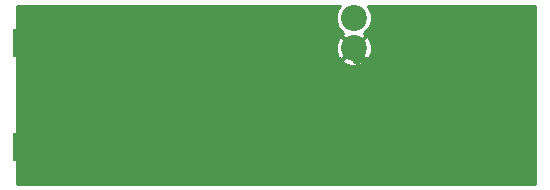
<source format=gbl>
G04 #@! TF.FileFunction,Copper,L2,Bot,Signal*
%FSLAX46Y46*%
G04 Gerber Fmt 4.6, Leading zero omitted, Abs format (unit mm)*
G04 Created by KiCad (PCBNEW 0.201505031001+5637~23~ubuntu14.04.1-product) date Tue 26 May 2015 22:06:30 BST*
%MOMM*%
G01*
G04 APERTURE LIST*
%ADD10C,0.100000*%
%ADD11R,5.080000X2.413000*%
%ADD12C,0.300000*%
%ADD13R,1.800000X3.500000*%
%ADD14R,0.900000X1.900000*%
%ADD15C,2.200000*%
%ADD16C,0.800000*%
%ADD17C,0.500000*%
%ADD18C,0.250000*%
G04 APERTURE END LIST*
D10*
D11*
X158700000Y-82618500D03*
X158700000Y-91381500D03*
X119400000Y-91381500D03*
X119400000Y-82618500D03*
D12*
X139000000Y-86700000D03*
X139000000Y-87300000D03*
X139000000Y-86100000D03*
X139000000Y-85500000D03*
X139000000Y-84900000D03*
X139000000Y-84300000D03*
X139000000Y-83700000D03*
X139000000Y-83100000D03*
X139000000Y-82500000D03*
X139500000Y-85500000D03*
X139500000Y-84900000D03*
X139500000Y-84300000D03*
X139500000Y-83700000D03*
X139500000Y-83100000D03*
X138500000Y-83100000D03*
X138500000Y-83700000D03*
X138500000Y-84300000D03*
X138500000Y-84900000D03*
X138500000Y-85500000D03*
X138500000Y-82500000D03*
X139500000Y-82500000D03*
D13*
X139000000Y-84000000D03*
D14*
X139000000Y-86700000D03*
D15*
X145700000Y-83000000D03*
X145700000Y-80460000D03*
D16*
X148000000Y-84000000D03*
X150000000Y-80000000D03*
X154000000Y-80000000D03*
X158000000Y-80000000D03*
X120000000Y-80000000D03*
X124000000Y-80000000D03*
X128000000Y-80000000D03*
X132000000Y-80000000D03*
X136000000Y-80000000D03*
X139000000Y-80000000D03*
X148000000Y-82000000D03*
X152000000Y-82000000D03*
X156000000Y-82000000D03*
X136000000Y-82000000D03*
X134000000Y-82000000D03*
X130000000Y-82000000D03*
X126000000Y-82000000D03*
X122000000Y-82000000D03*
X156000000Y-94000000D03*
X152000000Y-94000000D03*
X148000000Y-94000000D03*
X144000000Y-94000000D03*
X140000000Y-94000000D03*
X136000000Y-94000000D03*
X132000000Y-94000000D03*
X128000000Y-94000000D03*
X124000000Y-94000000D03*
X120000000Y-94000000D03*
X154000000Y-92000000D03*
X150000000Y-92000000D03*
X146000000Y-92000000D03*
X142000000Y-92000000D03*
X138000000Y-92000000D03*
X134000000Y-92000000D03*
X130000000Y-92000000D03*
X126000000Y-92000000D03*
X122000000Y-92000000D03*
X160000000Y-84000000D03*
X158000000Y-84000000D03*
X156000000Y-84000000D03*
X154000000Y-84000000D03*
X152000000Y-84000000D03*
X150000000Y-84000000D03*
X146000000Y-84000000D03*
X144000000Y-84000000D03*
X118000000Y-84000000D03*
X120000000Y-84000000D03*
X122000000Y-84000000D03*
X124000000Y-84000000D03*
X126000000Y-84000000D03*
X128000000Y-84000000D03*
X130000000Y-84000000D03*
X132000000Y-84000000D03*
X134000000Y-84000000D03*
X136000000Y-84000000D03*
X118000000Y-90000000D03*
X120000000Y-90000000D03*
X122000000Y-90000000D03*
X124000000Y-90000000D03*
X126000000Y-90000000D03*
X128000000Y-90000000D03*
X130000000Y-90000000D03*
X132000000Y-90000000D03*
X134000000Y-90000000D03*
X136000000Y-90000000D03*
X138000000Y-90000000D03*
X140000000Y-90000000D03*
X142000000Y-90000000D03*
X144000000Y-90000000D03*
X146000000Y-90000000D03*
X148000000Y-90000000D03*
X150000000Y-90000000D03*
X152000000Y-90000000D03*
X154000000Y-90000000D03*
X156000000Y-90000000D03*
X158000000Y-90000000D03*
X160000000Y-90000000D03*
X140500000Y-83000000D03*
X137500000Y-83000000D03*
X138500000Y-82000000D03*
X137500000Y-84000000D03*
X140500000Y-84000000D03*
X137500000Y-82000000D03*
X140500000Y-82000000D03*
X139500000Y-82000000D03*
X137500000Y-85000000D03*
X140500000Y-85000000D03*
D17*
X148000000Y-84000000D02*
X146000000Y-84000000D01*
X158000000Y-80000000D02*
X154000000Y-80000000D01*
X136000000Y-80000000D02*
X139000000Y-80000000D01*
X120000000Y-80000000D02*
X124000000Y-80000000D01*
X128000000Y-80000000D02*
X132000000Y-80000000D01*
X136000000Y-80000000D02*
X139000000Y-80000000D01*
X156000000Y-82000000D02*
X152000000Y-82000000D01*
X130000000Y-82000000D02*
X134000000Y-82000000D01*
X122000000Y-82000000D02*
X126000000Y-82000000D01*
X152000000Y-94000000D02*
X156000000Y-94000000D01*
X144000000Y-94000000D02*
X148000000Y-94000000D01*
X136000000Y-94000000D02*
X140000000Y-94000000D01*
X128000000Y-94000000D02*
X132000000Y-94000000D01*
X120000000Y-94000000D02*
X124000000Y-94000000D01*
X154618500Y-91381500D02*
X158700000Y-91381500D01*
X154000000Y-92000000D02*
X154618500Y-91381500D01*
X146000000Y-92000000D02*
X150000000Y-92000000D01*
X138000000Y-92000000D02*
X142000000Y-92000000D01*
X130000000Y-92000000D02*
X134000000Y-92000000D01*
X122000000Y-92000000D02*
X126000000Y-92000000D01*
X160000000Y-84000000D02*
X158000000Y-84000000D01*
X156000000Y-84000000D02*
X154000000Y-84000000D01*
X152000000Y-84000000D02*
X150000000Y-84000000D01*
X118000000Y-84000000D02*
X120000000Y-84000000D01*
X122000000Y-84000000D02*
X124000000Y-84000000D01*
X126000000Y-84000000D02*
X128000000Y-84000000D01*
X130000000Y-84000000D02*
X132000000Y-84000000D01*
X134000000Y-84000000D02*
X136000000Y-84000000D01*
X118000000Y-90000000D02*
X120000000Y-90000000D01*
X122000000Y-90000000D02*
X124000000Y-90000000D01*
X126000000Y-90000000D02*
X128000000Y-90000000D01*
X130000000Y-90000000D02*
X132000000Y-90000000D01*
X134000000Y-90000000D02*
X136000000Y-90000000D01*
X138000000Y-90000000D02*
X140000000Y-90000000D01*
X142000000Y-90000000D02*
X144000000Y-90000000D01*
X146000000Y-90000000D02*
X148000000Y-90000000D01*
X150000000Y-90000000D02*
X152000000Y-90000000D01*
X154000000Y-90000000D02*
X156000000Y-90000000D01*
X158000000Y-90000000D02*
X160000000Y-90000000D01*
D18*
G36*
X161025000Y-94525000D02*
X147231624Y-94525000D01*
X147231624Y-82732103D01*
X147012516Y-82166368D01*
X146972454Y-82106410D01*
X146741859Y-81993496D01*
X145735355Y-83000000D01*
X146741859Y-84006504D01*
X146972454Y-83893590D01*
X147217556Y-83338622D01*
X147231624Y-82732103D01*
X147231624Y-94525000D01*
X146706504Y-94525000D01*
X146706504Y-84041859D01*
X145700000Y-83035355D01*
X145664645Y-83070710D01*
X145664645Y-83000000D01*
X144658141Y-81993496D01*
X144427546Y-82106410D01*
X144182444Y-82661378D01*
X144168376Y-83267897D01*
X144387484Y-83833632D01*
X144427546Y-83893590D01*
X144658141Y-84006504D01*
X145664645Y-83000000D01*
X145664645Y-83070710D01*
X144693496Y-84041859D01*
X144806410Y-84272454D01*
X145361378Y-84517556D01*
X145967897Y-84531624D01*
X146533632Y-84312516D01*
X146593590Y-84272454D01*
X146706504Y-84041859D01*
X146706504Y-94525000D01*
X117225000Y-94525000D01*
X117225000Y-79475000D01*
X144528159Y-79475000D01*
X144407921Y-79595029D01*
X144175265Y-80155328D01*
X144174735Y-80762011D01*
X144406414Y-81322715D01*
X144808886Y-81725891D01*
X144806410Y-81727546D01*
X144693496Y-81958141D01*
X145700000Y-82964645D01*
X146706504Y-81958141D01*
X146593590Y-81727546D01*
X146590269Y-81726079D01*
X146992079Y-81324971D01*
X147224735Y-80764672D01*
X147225265Y-80157989D01*
X146993586Y-79597285D01*
X146871514Y-79475000D01*
X161025000Y-79475000D01*
X161025000Y-94525000D01*
X161025000Y-94525000D01*
G37*
X161025000Y-94525000D02*
X147231624Y-94525000D01*
X147231624Y-82732103D01*
X147012516Y-82166368D01*
X146972454Y-82106410D01*
X146741859Y-81993496D01*
X145735355Y-83000000D01*
X146741859Y-84006504D01*
X146972454Y-83893590D01*
X147217556Y-83338622D01*
X147231624Y-82732103D01*
X147231624Y-94525000D01*
X146706504Y-94525000D01*
X146706504Y-84041859D01*
X145700000Y-83035355D01*
X145664645Y-83070710D01*
X145664645Y-83000000D01*
X144658141Y-81993496D01*
X144427546Y-82106410D01*
X144182444Y-82661378D01*
X144168376Y-83267897D01*
X144387484Y-83833632D01*
X144427546Y-83893590D01*
X144658141Y-84006504D01*
X145664645Y-83000000D01*
X145664645Y-83070710D01*
X144693496Y-84041859D01*
X144806410Y-84272454D01*
X145361378Y-84517556D01*
X145967897Y-84531624D01*
X146533632Y-84312516D01*
X146593590Y-84272454D01*
X146706504Y-84041859D01*
X146706504Y-94525000D01*
X117225000Y-94525000D01*
X117225000Y-79475000D01*
X144528159Y-79475000D01*
X144407921Y-79595029D01*
X144175265Y-80155328D01*
X144174735Y-80762011D01*
X144406414Y-81322715D01*
X144808886Y-81725891D01*
X144806410Y-81727546D01*
X144693496Y-81958141D01*
X145700000Y-82964645D01*
X146706504Y-81958141D01*
X146593590Y-81727546D01*
X146590269Y-81726079D01*
X146992079Y-81324971D01*
X147224735Y-80764672D01*
X147225265Y-80157989D01*
X146993586Y-79597285D01*
X146871514Y-79475000D01*
X161025000Y-79475000D01*
X161025000Y-94525000D01*
M02*

</source>
